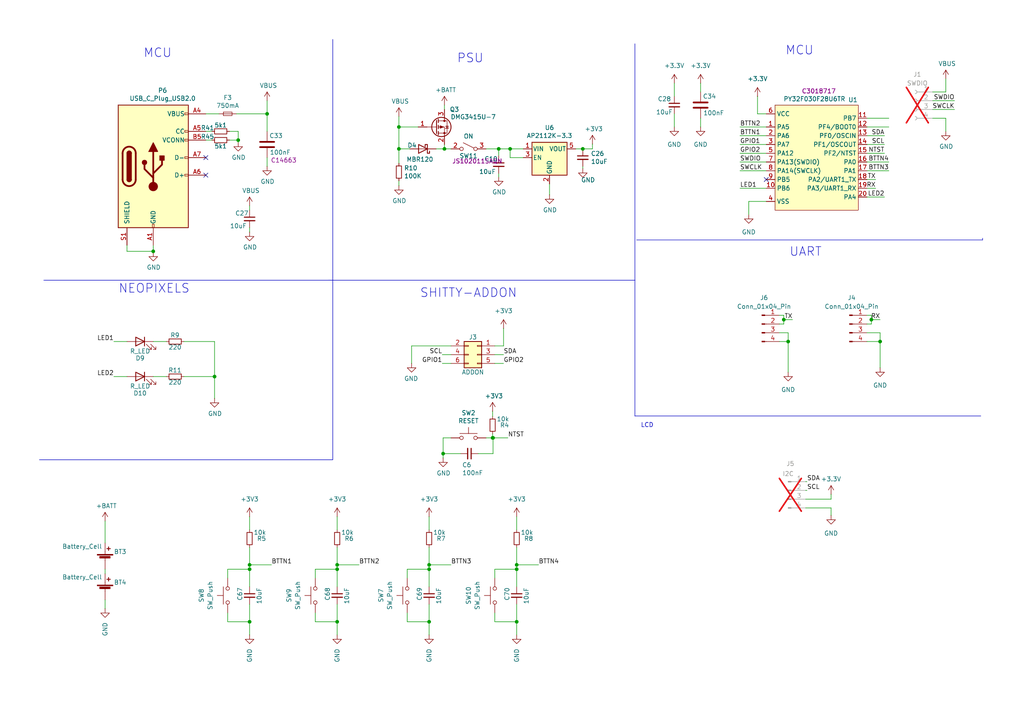
<source format=kicad_sch>
(kicad_sch (version 20250114) (generator "eeschema") (generator_version "9.0")
  (paper "A4")
  (title_block (title "Bsides cDMX 2025") (date "2025-06-02") (rev "1.0"))
  (lib_symbols
    (symbol "+3V3_5" (power) (pin_numbers (hide yes)) (pin_names (offset 0) (hide yes))
      (property "Value" "+3V3" (at 0 3.556 0))
      (symbol "+3V3_5_1_1"
        (pin power_in line (at 0 0 90) (length 0) (name "~") (number "1"))
      )
    )
    (symbol "Connector:Conn_01x04_Pin" (pin_names (offset 1.016) (hide yes))
      (property "Reference" "J" (at 0 5.08 0))
      (property "Value" "Conn_01x04_Pin" (at 0 -7.62 0))
      (symbol "Conn_01x04_Pin_1_1"
        (pin passive line (at 5.08 2.54 180) (length 3.81) (name "Pin_1") (number "1"))
        (pin passive line (at 5.08 0 180) (length 3.81) (name "Pin_2") (number "2"))
        (pin passive line (at 5.08 -2.54 180) (length 3.81) (name "Pin_3") (number "3"))
        (pin passive line (at 5.08 -5.08 180) (length 3.81) (name "Pin_4") (number "4"))
      )
    )
    (symbol "Connector:Conn_01x04_Socket" (pin_names (offset 1.016) (hide yes))
      (property "Reference" "J" (at 0 5.08 0))
      (property "Value" "Conn_01x04_Socket" (at 0 -7.62 0))
      (symbol "Conn_01x04_Socket_1_1"
        (pin passive line (at -5.08 2.54 0) (length 3.81) (name "Pin_1") (number "1"))
        (pin passive line (at -5.08 0 0) (length 3.81) (name "Pin_2") (number "2"))
        (pin passive line (at -5.08 -2.54 0) (length 3.81) (name "Pin_3") (number "3"))
        (pin passive line (at -5.08 -5.08 0) (length 3.81) (name "Pin_4") (number "4"))
      )
    )
    (symbol "Connector_Generic:Conn_02x03_Odd_Even" (pin_names (offset 1.016) (hide yes))
      (property "Reference" "J" (at 1.27 5.08 0))
      (property "Value" "Conn_02x03_Odd_Even" (at 1.27 -5.08 0))
      (symbol "Conn_02x03_Odd_Even_1_1"
        (pin passive line (at -5.08 2.54 0) (length 3.81) (name "Pin_1") (number "1"))
        (pin passive line (at -5.08 0 0) (length 3.81) (name "Pin_3") (number "3"))
        (pin passive line (at -5.08 -2.54 0) (length 3.81) (name "Pin_5") (number "5"))
        (pin passive line (at 7.62 2.54 180) (length 3.81) (name "Pin_2") (number "2"))
        (pin passive line (at 7.62 0 180) (length 3.81) (name "Pin_4") (number "4"))
        (pin passive line (at 7.62 -2.54 180) (length 3.81) (name "Pin_6") (number "6"))
      )
    )
    (symbol "Device:Battery_Cell" (pin_numbers (hide yes)) (pin_names (offset 0) (hide yes))
      (property "Reference" "BT1" (at 2.54 2.54 0))
      (property "Value" "Battery_Cell" (at -12.446 4.064 0))
      (symbol "Battery_Cell_1_1"
        (pin passive line (at 0 5.08 270) (length 2.54) (name "+") (number "2"))
        (pin passive line (at 0 -2.54 90) (length 2.54) (name "-") (number "1"))
      )
    )
    (symbol "Device:C" (pin_numbers (hide yes)) (pin_names (offset 0.254))
      (property "Reference" "C" (at 0.635 2.54 0))
      (property "Value" "C" (at 0.635 -2.54 0))
      (symbol "C_1_1"
        (pin passive line (at 0 3.81 270) (length 2.794) (name "~") (number "1"))
        (pin passive line (at 0 -3.81 90) (length 2.794) (name "~") (number "2"))
      )
    )
    (symbol "Device:C_Small" (pin_numbers (hide yes)) (pin_names (offset 0.254) (hide yes))
      (property "Reference" "C" (at 0.254 1.778 0))
      (property "Value" "C_Small" (at 0.254 -2.032 0))
      (symbol "C_Small_1_1"
        (pin passive line (at 0 2.54 270) (length 2.032) (name "~") (number "1"))
        (pin passive line (at 0 -2.54 90) (length 2.032) (name "~") (number "2"))
      )
    )
    (symbol "Device:Fuse_Small" (pin_numbers (hide yes)) (pin_names (offset 0.254) (hide yes))
      (property "Reference" "F" (at 0 -1.524 0))
      (property "Value" "Fuse_Small" (at 0 1.524 0))
      (symbol "Fuse_Small_1_1"
        (pin passive line (at -2.54 0 0) (length 1.27) (name "~") (number "1"))
        (pin passive line (at 2.54 0 180) (length 1.27) (name "~") (number "2"))
      )
    )
    (symbol "Device:LED" (pin_numbers (hide yes)) (pin_names (offset 1.016) (hide yes))
      (property "Reference" "D" (at 0 2.54 0))
      (property "Value" "LED" (at 0 -2.54 0))
      (symbol "LED_1_1"
        (pin passive line (at -3.81 0 0) (length 2.54) (name "K") (number "1"))
        (pin passive line (at 3.81 0 180) (length 2.54) (name "A") (number "2"))
      )
    )
    (symbol "Device:Q_PMOS_GSD" (pin_names (offset 0) (hide yes))
      (property "Reference" "Q" (at 5.08 1.27 0))
      (property "Value" "Q_PMOS_GSD" (at 5.08 -1.27 0))
      (symbol "Q_PMOS_GSD_1_1"
        (pin input line (at -5.08 0 0) (length 2.54) (name "G") (number "1"))
        (pin passive line (at 2.54 5.08 270) (length 2.54) (name "D") (number "3"))
        (pin passive line (at 2.54 -5.08 90) (length 2.54) (name "S") (number "2"))
      )
    )
    (symbol "Device:R_Small" (pin_numbers (hide yes)) (pin_names (offset 0.254) (hide yes))
      (property "Reference" "R" (at 0.762 0.508 0))
      (property "Value" "R_Small" (at 0.762 -1.016 0))
      (symbol "R_Small_1_1"
        (pin passive line (at 0 2.54 270) (length 0.762) (name "~") (number "1"))
        (pin passive line (at 0 -2.54 90) (length 0.762) (name "~") (number "2"))
      )
    )
    (symbol "Diode:MBR340" (pin_numbers (hide yes)) (pin_names (offset 1.016) (hide yes))
      (property "Reference" "D" (at 0 2.54 0))
      (property "Value" "MBR340" (at 0 -2.54 0))
      (symbol "MBR340_1_1"
        (pin passive line (at -3.81 0 0) (length 2.54) (name "K") (number "1"))
        (pin passive line (at 3.81 0 180) (length 2.54) (name "A") (number "2"))
      )
    )
    (symbol "HunterCat-NFC-rescue:AP2112K-3.3-Regulator_Linear" (pin_names (offset 0.254))
      (property "Reference" "U" (at -5.08 5.715 0))
      (property "Value" "AP2112K-3.3-Regulator_Linear" (at 0 5.715 0))
      (symbol "AP2112K-3.3-Regulator_Linear_1_1"
        (pin power_in line (at -7.62 2.54 0) (length 2.54) (name "VIN") (number "1"))
        (pin input line (at -7.62 0 0) (length 2.54) (name "EN") (number "3"))
        (pin power_in line (at 0 -7.62 90) (length 2.54) (name "GND") (number "2"))
        (pin power_out line (at 7.62 2.54 180) (length 2.54) (name "VOUT") (number "5"))
        (pin no_connect line (at 7.62 0 180) (length 2.54) (hide yes) (name "NC") (number "4"))
      )
    )
    (symbol "HunterCat-NFC-rescue:USB_C_Plug_USB2.0-Connector" (pin_names (offset 1.016))
      (property "Reference" "P" (at -10.16 19.05 0))
      (property "Value" "USB_C_Plug_USB2.0-Connector" (at 12.7 19.05 0))
      (symbol "USB_C_Plug_USB2.0-Connector_1_1"
        (pin passive line (at -7.62 -22.86 90) (length 5.08) (name "SHIELD") (number "S1"))
        (pin power_in line (at 0 -22.86 90) (length 5.08) (name "GND") (number "A1"))
        (pin passive line (at 0 -22.86 90) (length 5.08) (hide yes) (name "GND") (number "A12"))
        (pin passive line (at 0 -22.86 90) (length 5.08) (hide yes) (name "GND") (number "B1"))
        (pin passive line (at 0 -22.86 90) (length 5.08) (hide yes) (name "GND") (number "B12"))
        (pin power_in line (at 15.24 15.24 180) (length 5.08) (name "VBUS") (number "A4"))
        (pin passive line (at 15.24 15.24 180) (length 5.08) (hide yes) (name "VBUS") (number "A9"))
        (pin passive line (at 15.24 15.24 180) (length 5.08) (hide yes) (name "VBUS") (number "B4"))
        (pin passive line (at 15.24 15.24 180) (length 5.08) (hide yes) (name "VBUS") (number "B9"))
        (pin bidirectional line (at 15.24 10.16 180) (length 5.08) (name "CC") (number "A5"))
        (pin bidirectional line (at 15.24 7.62 180) (length 5.08) (name "VCONN") (number "B5"))
        (pin bidirectional line (at 15.24 2.54 180) (length 5.08) (name "D-") (number "A7"))
        (pin bidirectional line (at 15.24 -2.54 180) (length 5.08) (name "D+") (number "A6"))
      )
    )
    (symbol "Switch:SW_Push" (pin_numbers (hide yes)) (pin_names (offset 1.016) (hide yes))
      (property "Reference" "SW" (at 1.27 2.54 0))
      (property "Value" "SW_Push" (at 0 -1.524 0))
      (symbol "SW_Push_0_1"
        (pin passive line (at -5.08 0 0) (length 2.54) (name "1") (number "1"))
        (pin passive line (at 5.08 0 180) (length 2.54) (name "2") (number "2"))
      )
    )
    (symbol "Switch:SW_SPST" (pin_names (offset 0) (hide yes))
      (property "Reference" "SW1" (at 0 -2.032 0))
      (property "Value" "ON" (at 0 3.6576 0))
      (symbol "SW_SPST_1_1"
        (pin passive line (at -5.08 0 0) (length 2.54) (name "A") (number "3"))
        (pin passive line (at 5.08 0 180) (length 2.54) (name "B") (number "2"))
      )
    )
    (symbol "Symbols:PY32F030F2xU"
      (property "Reference" "U1" (at 9.906 16.764 0))
      (property "Value" "~" (at 9.525 11.43 0))
      (symbol "PY32F030F2xU_1_1"
        (pin bidirectional line (at -15.24 12.7 0) (length 2.54) (name "VCC") (number "6"))
        (pin bidirectional line (at -15.24 8.89 0) (length 2.54) (name "PA5") (number "1"))
        (pin bidirectional line (at -15.24 6.35 0) (length 2.54) (name "PA6") (number "2"))
        (pin bidirectional line (at -15.24 3.81 0) (length 2.54) (name "PA7") (number "3"))
        (pin bidirectional line (at -15.24 1.27 0) (length 2.54) (name "PA12") (number "5"))
        (pin bidirectional line (at -15.24 -1.27 0) (length 2.54) (name "PA13(SWDIO)") (number "7"))
        (pin bidirectional line (at -15.24 -3.81 0) (length 2.54) (name "PA14(SWCLK)") (number "8"))
        (pin bidirectional line (at -15.24 -6.35 0) (length 2.54) (name "PB5") (number "9"))
        (pin bidirectional line (at -15.24 -8.89 0) (length 2.54) (name "PB6") (number "10"))
        (pin bidirectional line (at -15.24 -12.7 0) (length 2.54) (name "VSS") (number "4"))
        (pin bidirectional line (at 13.97 11.43 180) (length 2.54) (name "PB7") (number "11"))
        (pin bidirectional line (at 13.97 8.89 180) (length 2.54) (name "PF4/BOOT0") (number "12"))
        (pin bidirectional line (at 13.97 6.35 180) (length 2.54) (name "PF0/OSCIN") (number "13"))
        (pin bidirectional line (at 13.97 3.81 180) (length 2.54) (name "PF1/OSCOUT") (number "14"))
        (pin bidirectional line (at 13.97 1.27 180) (length 2.54) (name "PF2/NTST") (number "15"))
        (pin bidirectional line (at 13.97 -1.27 180) (length 2.54) (name "PA0") (number "16"))
        (pin bidirectional line (at 13.97 -3.81 180) (length 2.54) (name "PA1") (number "17"))
        (pin bidirectional line (at 13.97 -6.35 180) (length 2.54) (name "PA2/UART1_TX") (number "18"))
        (pin bidirectional line (at 13.97 -8.89 180) (length 2.54) (name "PA3/UART1_RX") (number "19"))
        (pin bidirectional line (at 13.97 -11.43 180) (length 2.54) (name "PA4") (number "20"))
      )
    )
    (symbol "power:+3.3V" (power) (pin_numbers (hide yes)) (pin_names (offset 0) (hide yes))
      (property "Value" "+3.3V" (at 0 3.556 0))
      (symbol "+3.3V_1_1"
        (pin power_in line (at 0 0 90) (length 0) (name "~") (number "1"))
      )
    )
    (symbol "power:+3V3" (power) (pin_numbers (hide yes)) (pin_names (offset 0) (hide yes))
      (property "Value" "+3V3" (at 0 3.556 0))
      (symbol "+3V3_1_1"
        (pin power_in line (at 0 0 90) (length 0) (name "~") (number "1"))
      )
    )
    (symbol "power:+BATT" (power) (pin_names (offset 0))
      (property "Value" "+BATT" (at 0 3.556 0))
      (symbol "+BATT_1_1"
        (pin power_in line (at 0 0 90) (length 0) (hide yes) (name "+BATT") (number "1"))
      )
    )
    (symbol "power:GND" (power) (pin_numbers (hide yes)) (pin_names (offset 0) (hide yes))
      (property "Value" "GND" (at 0 -3.81 0))
      (symbol "GND_1_1"
        (pin power_in line (at 0 0 270) (length 0) (name "~") (number "1"))
      )
    )
    (symbol "power:VBUS" (power) (pin_names (offset 0))
      (property "Value" "VBUS" (at 0 3.81 0))
      (symbol "VBUS_1_1"
        (pin power_in line (at 0 0 90) (length 0) (hide yes) (name "VBUS") (number "1"))
      )
    )
  )
  (text "LCD\n" (at 187.706 123.444 0) (effects (font (size 1.27 1.27))))
  (text "SHITTY-ADDON" (at 135.89 85.09 0) (effects (font (size 2.54 2.54))))
  (text "MCU" (at 45.72 15.494 0) (effects (font (size 2.54 2.54))))
  (text "UART\n" (at 233.68 73.152 0) (effects (font (size 2.54 2.54))))
  (text "PSU\n" (at 136.398 17.018 0) (effects (font (size 2.54 2.54))))
  (text "NEOPIXELS\n" (at 44.704 83.82 0) (effects (font (size 2.54 2.54))))
  (text "MCU" (at 231.902 14.732 0) (effects (font (size 2.54 2.54))))
  (junction (at 69.088 40.64))
  (junction (at 252.73 92.71))
  (junction (at 115.697 43.18))
  (junction (at 142.875 127))
  (junction (at 124.46 180.34))
  (junction (at 72.39 180.34))
  (junction (at 124.46 163.83))
  (junction (at 144.653 43.18))
  (junction (at 149.86 163.83))
  (junction (at 115.697 36.83))
  (junction (at 72.39 163.83))
  (junction (at 149.86 165.1))
  (junction (at 228.6 99.06))
  (junction (at 128.905 43.18))
  (junction (at 97.79 163.83))
  (junction (at 124.46 165.1))
  (junction (at 44.45 72.898))
  (junction (at 149.86 180.34))
  (junction (at 255.27 99.06))
  (junction (at 97.79 165.1))
  (junction (at 97.79 180.34))
  (junction (at 169.037 43.18))
  (junction (at 62.23 109.22))
  (junction (at 143.0024 127))
  (junction (at 72.39 165.1))
  (junction (at 77.47 33.02))
  (junction (at 128.524 131.572))
  (junction (at 227.33 92.71))
  (junction (at 147.955 43.18))
  (no_connect (at 222.25 52.07))
  (no_connect (at 59.69 50.8))
  (no_connect (at 59.69 45.72))
  (wire (pts (xy 274.32 22.86) (xy 274.32 26.67)))
  (wire (pts (xy 252.73 92.71) (xy 252.73 91.44)))
  (wire (pts (xy 33.02 99.06) (xy 36.83 99.06)))
  (wire (pts (xy 214.63 44.45) (xy 222.25 44.45)))
  (wire (pts (xy 251.46 52.07) (xy 254 52.07)))
  (wire (pts (xy 72.39 149.86) (xy 72.39 153.67)))
  (wire (pts (xy 143.51 165.1) (xy 149.86 165.1)))
  (wire (pts (xy 144.653 50.292) (xy 144.653 51.308)))
  (wire (pts (xy 118.11 165.1) (xy 124.46 165.1)))
  (wire (pts (xy 128.905 31.75) (xy 128.905 30.48)))
  (wire (pts (xy 69.088 40.64) (xy 69.088 41.275)))
  (wire (pts (xy 138.684 131.572) (xy 143.0024 131.572)))
  (wire (pts (xy 251.46 46.99) (xy 257.81 46.99)))
  (wire (pts (xy 233.68 139.7) (xy 234.061 139.7)))
  (wire (pts (xy 128.27 102.87) (xy 130.81 102.87)))
  (polyline (pts (xy 184.15 12.7) (xy 184.15 81.28)))
  (wire (pts (xy 226.06 91.44) (xy 227.33 91.44)))
  (wire (pts (xy 149.86 165.1) (xy 149.86 170.18)))
  (wire (pts (xy 128.905 43.18) (xy 126.492 43.18)))
  (wire (pts (xy 118.11 177.8) (xy 118.11 180.34)))
  (wire (pts (xy 214.63 41.91) (xy 222.25 41.91)))
  (wire (pts (xy 214.63 49.53) (xy 222.25 49.53)))
  (wire (pts (xy 252.73 91.44) (xy 251.46 91.44)))
  (wire (pts (xy 115.697 52.451) (xy 115.697 53.848)))
  (wire (pts (xy 130.81 127) (xy 128.524 127)))
  (wire (pts (xy 72.39 163.83) (xy 78.74 163.83)))
  (wire (pts (xy 68.58 33.02) (xy 77.47 33.02)))
  (wire (pts (xy 227.33 93.98) (xy 227.33 92.71)))
  (wire (pts (xy 255.27 99.06) (xy 255.27 106.68)))
  (wire (pts (xy 149.86 163.83) (xy 156.21 163.83)))
  (wire (pts (xy 128.905 41.91) (xy 128.905 43.18)))
  (wire (pts (xy 97.79 163.83) (xy 97.79 165.1)))
  (wire (pts (xy 143.51 177.8) (xy 143.51 180.34)))
  (wire (pts (xy 226.06 93.98) (xy 227.33 93.98)))
  (wire (pts (xy 97.79 165.1) (xy 97.79 170.18)))
  (wire (pts (xy 36.83 71.12) (xy 36.83 72.898)))
  (wire (pts (xy 33.02 109.22) (xy 36.83 109.22)))
  (polyline (pts (xy 95.25 81.28) (xy 184.15 81.28)))
  (wire (pts (xy 241.046 147.32) (xy 233.68 147.32)))
  (wire (pts (xy 77.47 29.21) (xy 77.47 33.02)))
  (wire (pts (xy 69.088 38.1) (xy 69.088 40.64)))
  (wire (pts (xy 91.44 180.34) (xy 97.79 180.34)))
  (wire (pts (xy 255.27 96.52) (xy 255.27 99.06)))
  (wire (pts (xy 119.38 100.33) (xy 130.81 100.33)))
  (wire (pts (xy 48.26 109.22) (xy 44.45 109.22)))
  (wire (pts (xy 59.69 38.1) (xy 61.468 38.1)))
  (wire (pts (xy 59.69 33.02) (xy 63.5 33.02)))
  (wire (pts (xy 115.697 36.83) (xy 115.697 33.782)))
  (wire (pts (xy 169.037 43.18) (xy 171.831 43.18)))
  (wire (pts (xy 203.2 24.13) (xy 203.2 26.67)))
  (wire (pts (xy 128.27 105.41) (xy 130.81 105.41)))
  (polyline (pts (xy 12.7 81.28) (xy 96.52 81.28)))
  (wire (pts (xy 97.79 158.75) (xy 97.79 163.83)))
  (wire (pts (xy 142.875 119.253) (xy 142.875 120.777)))
  (wire (pts (xy 72.39 180.34) (xy 72.39 184.15)))
  (polyline (pts (xy 184.658 69.596) (xy 284.988 69.596)))
  (wire (pts (xy 251.46 99.06) (xy 255.27 99.06)))
  (wire (pts (xy 251.46 57.15) (xy 256.54 57.15)))
  (wire (pts (xy 251.46 44.45) (xy 256.54 44.45)))
  (wire (pts (xy 214.63 54.61) (xy 222.25 54.61)))
  (wire (pts (xy 66.548 40.64) (xy 69.088 40.64)))
  (wire (pts (xy 66.548 38.1) (xy 69.088 38.1)))
  (wire (pts (xy 147.955 45.72) (xy 151.765 45.72)))
  (wire (pts (xy 30.48 151.13) (xy 30.48 157.48)))
  (polyline (pts (xy 96.52 133.35) (xy 96.52 81.28)))
  (wire (pts (xy 143.51 180.34) (xy 149.86 180.34)))
  (wire (pts (xy 251.46 36.83) (xy 257.81 36.83)))
  (wire (pts (xy 97.79 175.26) (xy 97.79 180.34)))
  (wire (pts (xy 124.46 163.83) (xy 124.46 165.1)))
  (wire (pts (xy 130.81 43.18) (xy 128.905 43.18)))
  (wire (pts (xy 270.51 31.75) (xy 276.86 31.75)))
  (wire (pts (xy 228.6 96.52) (xy 228.6 99.06)))
  (wire (pts (xy 144.653 43.18) (xy 147.955 43.18)))
  (wire (pts (xy 171.831 43.18) (xy 171.831 41.783)))
  (wire (pts (xy 222.25 33.02) (xy 219.71 33.02)))
  (wire (pts (xy 66.04 180.34) (xy 72.39 180.34)))
  (wire (pts (xy 128.524 127) (xy 128.524 131.572)))
  (wire (pts (xy 241.046 144.78) (xy 233.68 144.78)))
  (wire (pts (xy 274.32 26.67) (xy 270.51 26.67)))
  (wire (pts (xy 66.04 165.1) (xy 72.39 165.1)))
  (wire (pts (xy 251.46 39.37) (xy 256.54 39.37)))
  (wire (pts (xy 124.46 163.83) (xy 130.81 163.83)))
  (wire (pts (xy 66.04 177.8) (xy 66.04 180.34)))
  (wire (pts (xy 228.6 96.52) (xy 226.06 96.52)))
  (wire (pts (xy 30.48 166.37) (xy 30.48 165.1)))
  (wire (pts (xy 143.51 100.33) (xy 146.05 100.33)))
  (wire (pts (xy 115.697 43.18) (xy 115.697 47.371)))
  (wire (pts (xy 146.05 102.87) (xy 143.51 102.87)))
  (wire (pts (xy 121.285 36.83) (xy 115.697 36.83)))
  (polyline (pts (xy 284.988 69.088) (xy 284.988 69.596)))
  (wire (pts (xy 72.39 165.1) (xy 72.39 170.18)))
  (wire (pts (xy 128.524 131.572) (xy 128.524 132.842)))
  (wire (pts (xy 195.58 24.13) (xy 195.58 27.94)))
  (wire (pts (xy 142.875 125.857) (xy 142.875 127)))
  (wire (pts (xy 274.32 34.29) (xy 270.51 34.29)))
  (wire (pts (xy 149.86 163.83) (xy 149.86 165.1)))
  (wire (pts (xy 169.037 48.26) (xy 169.037 48.895)))
  (wire (pts (xy 72.39 175.26) (xy 72.39 180.34)))
  (wire (pts (xy 91.44 177.8) (xy 91.44 180.34)))
  (polyline (pts (xy 184.15 81.28) (xy 184.15 120.65)))
  (wire (pts (xy 91.44 165.1) (xy 91.44 167.64)))
  (wire (pts (xy 252.73 92.71) (xy 252.73 93.98)))
  (wire (pts (xy 228.6 99.06) (xy 228.6 107.95)))
  (wire (pts (xy 227.33 91.44) (xy 227.33 92.71)))
  (wire (pts (xy 159.385 53.34) (xy 159.385 56.515)))
  (wire (pts (xy 146.05 100.33) (xy 146.05 95.25)))
  (wire (pts (xy 62.23 109.22) (xy 62.23 99.06)))
  (wire (pts (xy 251.46 41.91) (xy 256.54 41.91)))
  (wire (pts (xy 128.524 131.572) (xy 133.604 131.572)))
  (wire (pts (xy 143.51 105.41) (xy 146.05 105.41)))
  (wire (pts (xy 219.71 33.02) (xy 219.71 27.94)))
  (wire (pts (xy 124.46 180.34) (xy 124.46 184.15)))
  (wire (pts (xy 167.005 43.18) (xy 169.037 43.18)))
  (wire (pts (xy 30.48 173.99) (xy 30.48 176.53)))
  (wire (pts (xy 53.34 99.06) (xy 62.23 99.06)))
  (wire (pts (xy 124.46 165.1) (xy 124.46 170.18)))
  (wire (pts (xy 77.47 45.72) (xy 77.47 48.26)))
  (wire (pts (xy 251.46 49.53) (xy 257.81 49.53)))
  (wire (pts (xy 149.86 149.86) (xy 149.86 153.67)))
  (wire (pts (xy 270.51 29.21) (xy 276.86 29.21)))
  (wire (pts (xy 115.697 43.18) (xy 115.697 36.83)))
  (wire (pts (xy 227.33 92.71) (xy 229.87 92.71)))
  (wire (pts (xy 143.0024 127) (xy 147.32 127)))
  (wire (pts (xy 274.32 38.1) (xy 274.32 34.29)))
  (wire (pts (xy 59.69 40.64) (xy 61.468 40.64)))
  (wire (pts (xy 124.46 149.86) (xy 124.46 153.67)))
  (wire (pts (xy 195.58 33.02) (xy 195.58 36.83)))
  (polyline (pts (xy 184.15 120.65) (xy 284.48 120.65)))
  (wire (pts (xy 97.79 149.86) (xy 97.79 153.67)))
  (wire (pts (xy 143.0024 131.572) (xy 143.0024 127)))
  (wire (pts (xy 241.046 143.383) (xy 241.046 144.78)))
  (wire (pts (xy 217.17 62.23) (xy 217.17 58.42)))
  (wire (pts (xy 72.39 66.04) (xy 72.39 67.31)))
  (wire (pts (xy 53.34 109.22) (xy 62.23 109.22)))
  (wire (pts (xy 66.04 165.1) (xy 66.04 167.64)))
  (wire (pts (xy 44.45 71.12) (xy 44.45 72.898)))
  (wire (pts (xy 97.79 163.83) (xy 104.14 163.83)))
  (wire (pts (xy 124.46 175.26) (xy 124.46 180.34)))
  (wire (pts (xy 97.79 180.34) (xy 97.79 184.15)))
  (wire (pts (xy 142.875 127) (xy 143.0024 127)))
  (wire (pts (xy 36.83 72.898) (xy 44.45 72.898)))
  (wire (pts (xy 144.653 45.212) (xy 144.653 43.18)))
  (wire (pts (xy 119.38 100.33) (xy 119.38 105.41)))
  (polyline (pts (xy 96.52 11.43) (xy 96.52 81.28)))
  (wire (pts (xy 214.63 36.83) (xy 222.25 36.83)))
  (wire (pts (xy 62.23 115.57) (xy 62.23 109.22)))
  (wire (pts (xy 147.955 45.72) (xy 147.955 43.18)))
  (polyline (pts (xy 11.43 133.35) (xy 96.52 133.35)))
  (wire (pts (xy 124.46 158.75) (xy 124.46 163.83)))
  (wire (pts (xy 72.39 158.75) (xy 72.39 163.83)))
  (wire (pts (xy 255.27 92.71) (xy 252.73 92.71)))
  (wire (pts (xy 48.26 99.06) (xy 44.45 99.06)))
  (wire (pts (xy 140.97 127) (xy 142.875 127)))
  (wire (pts (xy 143.51 165.1) (xy 143.51 167.64)))
  (wire (pts (xy 44.45 72.898) (xy 44.45 73.152)))
  (wire (pts (xy 72.39 163.83) (xy 72.39 165.1)))
  (wire (pts (xy 255.27 96.52) (xy 251.46 96.52)))
  (wire (pts (xy 149.86 158.75) (xy 149.86 163.83)))
  (wire (pts (xy 203.2 34.29) (xy 203.2 36.83)))
  (wire (pts (xy 214.63 39.37) (xy 222.25 39.37)))
  (wire (pts (xy 77.47 33.02) (xy 77.47 38.1)))
  (wire (pts (xy 217.17 58.42) (xy 222.25 58.42)))
  (wire (pts (xy 140.97 43.18) (xy 144.653 43.18)))
  (wire (pts (xy 91.44 165.1) (xy 97.79 165.1)))
  (wire (pts (xy 118.872 43.18) (xy 115.697 43.18)))
  (wire (pts (xy 226.06 99.06) (xy 228.6 99.06)))
  (wire (pts (xy 118.11 180.34) (xy 124.46 180.34)))
  (wire (pts (xy 149.86 180.34) (xy 149.86 184.15)))
  (wire (pts (xy 251.46 93.98) (xy 252.73 93.98)))
  (wire (pts (xy 251.46 34.29) (xy 257.81 34.29)))
  (wire (pts (xy 72.39 59.69) (xy 72.39 60.96)))
  (wire (pts (xy 149.86 175.26) (xy 149.86 180.34)))
  (wire (pts (xy 251.46 54.61) (xy 254 54.61)))
  (wire (pts (xy 118.11 165.1) (xy 118.11 167.64)))
  (wire (pts (xy 241.046 149.479) (xy 241.046 147.32)))
  (wire (pts (xy 214.63 46.99) (xy 222.25 46.99)))
  (wire (pts (xy 233.68 142.24) (xy 234.061 142.24)))
  (wire (pts (xy 147.955 43.18) (xy 151.765 43.18)))
  (label "SWDIO" (at 214.63 46.99 0))
  (label "BTTN1" (at 78.74 163.83 0))
  (label "SWCLK" (at 214.63 49.53 0))
  (label "GPIO1" (at 214.63 41.91 0))
  (label "GPIO1" (at 128.27 105.41 180))
  (label "SDA" (at 234.061 139.7 0))
  (label "GPIO2" (at 214.63 44.45 0))
  (label "LED2" (at 33.02 109.22 180))
  (label "SDA" (at 256.54 39.37 180))
  (label "GPIO2" (at 146.05 105.41 0))
  (label "TX" (at 229.87 92.71 180))
  (label "BTTN4" (at 156.21 163.83 0))
  (label "LED1" (at 214.63 54.61 0))
  (label "NTST" (at 256.54 44.45 180))
  (label "SWDIO" (at 276.86 29.21 180))
  (label "SDA" (at 146.05 102.87 0))
  (label "LED1" (at 33.02 99.06 180))
  (label "BTTN1" (at 214.63 39.37 0))
  (label "BTTN2" (at 214.63 36.83 0))
  (label "BTTN4" (at 257.81 46.99 180))
  (label "TX" (at 254 52.07 180))
  (label "LED2" (at 256.54 57.15 180))
  (label "BTTN3" (at 257.81 49.53 180))
  (label "BTTN3" (at 130.81 163.83 0))
  (label "BTTN2" (at 104.14 163.83 0))
  (label "NTST" (at 147.32 127 0))
  (label "SCL" (at 128.27 102.87 180))
  (label "SWCLK" (at 276.86 31.75 180))
  (label "SCL" (at 256.54 41.91 180))
  (label "RX" (at 255.27 92.71 180))
  (label "RX" (at 254 54.61 180))
  (label "SCL" (at 234.061 142.24 0))
  (symbol (lib_id "Symbols:PY32F030F2xU") (at 237.49 45.72 0) (unit 1)
    (property "Reference" "U1" (at 247.396 28.956 0))
    (property "Value" "PY32F030F28U6TR" (at 236.22 28.702 0))
    (property "Footprint" "Package_DFN_QFN:QFN-20-1EP_3x3mm_P0.4mm_EP1.65x1.65mm_ThermalVias" (effects (hide yes)))
    (property "LCSC#" "C3018717" (at 237.49 26.416 0))
  )
  (symbol (lib_id "Switch:SW_SPST") (at 135.89 43.18 0) (mirror y) (unit 1)
    (property "Reference" "SW11" (at 135.89 45.212 0))
    (property "Value" "ON" (at 135.89 39.5224 0))
    (property "Footprint" "Footprints:JS102011SAQN" (effects (hide yes)))
    (property "LCSC#" "-" (effects (hide yes)))
    (property "manf#" "JS102011SAQN" (effects (hide yes)))
    (property "Manufacturer_Part_Number" "JS102011SAQN" (at 138.43 46.736 0))
  )
  (symbol (lib_id "Connector:Conn_01x04_Pin") (at 246.38 93.98 0) (unit 1)
    (property "Reference" "J4" (at 247.015 86.36 0))
    (property "Value" "Conn_01x04_Pin" (at 247.015 88.9 0))
    (property "Footprint" "Connector_PinHeader_2.54mm:PinHeader_1x04_P2.54mm_Vertical" (effects (hide yes)))
    (property "Description" "Generic connector, single row, 01x04, script generated" (effects (hide yes)))
  )
  (symbol (lib_id "power:GND") (at 124.46 184.15 0) (unit 1)
    (property "Reference" "#PWR015" (effects (hide yes)))
    (property "Value" "GND" (at 124.46 188.087 90) (effects (justify right)))
  )
  (symbol (lib_id "Device:R_Small") (at 50.8 99.06 90) (unit 1)
    (property "Reference" "R9" (at 50.7492 97.2312 90))
    (property "Value" "220" (at 50.7746 100.711 90))
    (property "Footprint" "Resistor_SMD:R_0603_1608Metric" (effects (hide yes)))
    (property "LCSC#" "C22962" (effects (hide yes)))
    (property "Proveedor" "Digikey" (effects (hide yes)))
  )
  (symbol (lib_id "Device:C_Small") (at 195.58 30.48 0) (unit 1)
    (property "Reference" "C28" (at 190.754 28.702 0) (effects (justify left)))
    (property "Value" "10uF" (at 190.246 32.512 0) (effects (justify left)))
    (property "Footprint" "Capacitor_SMD:C_0603_1608Metric" (effects (hide yes)))
    (property "LCSC#" "C85713" (effects (hide yes)))
  )
  (symbol (lib_id "power:GND") (at 203.2 36.83 0) (unit 1)
    (property "Reference" "#PWR05" (effects (hide yes)))
    (property "Value" "GND" (at 203.2 41.91 0))
    (property "Description" "Power symbol creates a global label with name \"GND\" , ground" (effects (hide yes)))
  )
  (symbol (lib_id "power:GND") (at 274.32 38.1 0) (unit 1)
    (property "Reference" "#PWR053" (effects (hide yes)))
    (property "Value" "GND" (at 274.447 42.4942 0))
  )
  (symbol (lib_id "power:VBUS") (at 115.697 33.782 0) (unit 1)
    (property "Reference" "#PWR029" (effects (hide yes)))
    (property "Value" "VBUS" (at 116.078 29.3878 0))
  )
  (symbol (lib_id "power:+3V3") (at 72.39 149.86 0) (unit 1)
    (property "Reference" "#PWR082" (effects (hide yes)))
    (property "Value" "+3V3" (at 72.39 144.78 0))
    (property "Description" "Power symbol creates a global label with name \"+3V3\"" (effects (hide yes)))
  )
  (symbol (lib_id "power:GND") (at 72.39 184.15 0) (unit 1)
    (property "Reference" "#PWR013" (effects (hide yes)))
    (property "Value" "GND" (at 72.39 188.087 90) (effects (justify right)))
  )
  (symbol (lib_id "power:GND") (at 115.697 53.848 0) (unit 1)
    (property "Reference" "#PWR030" (effects (hide yes)))
    (property "Value" "GND" (at 115.824 58.2422 0))
  )
  (symbol (lib_id "power:+3.3V") (at 219.71 27.94 0) (unit 1)
    (property "Reference" "#PWR01" (effects (hide yes)))
    (property "Value" "+3.3V" (at 219.71 22.86 0))
    (property "Description" "Power symbol creates a global label with name \"+3.3V\"" (effects (hide yes)))
  )
  (symbol (lib_id "power:+3V3") (at 97.79 149.86 0) (unit 1)
    (property "Reference" "#PWR083" (effects (hide yes)))
    (property "Value" "+3V3" (at 97.79 144.78 0))
    (property "Description" "Power symbol creates a global label with name \"+3V3\"" (effects (hide yes)))
  )
  (symbol (lib_id "Device:C_Small") (at 144.653 47.752 0) (unit 1)
    (property "Reference" "C10" (at 140.462 46.101 0) (effects (justify left)))
    (property "Value" "10uF" (at 138.938 49.784 0) (effects (justify left)))
    (property "Footprint" "Capacitor_SMD:C_0603_1608Metric" (effects (hide yes)))
    (property "LCSC#" "C85713" (effects (hide yes)))
  )
  (symbol (lib_id "Connector_Generic:Conn_02x03_Odd_Even") (at 138.43 102.87 0) (mirror y) (unit 1)
    (property "Reference" "J3" (at 137.16 97.79 0))
    (property "Value" "ADDON" (at 137.16 107.95 0))
    (property "Footprint" "Connector_PinSocket_2.54mm:PinSocket_2x03_P2.54mm_Vertical_SMD" (effects (hide yes)))
    (property "LCSC#" "C3975148" (effects (hide yes)))
    (property "provedor" "JLCPCB" (effects (hide yes)))
  )
  (symbol (lib_id "power:+3V3") (at 171.831 41.783 0) (unit 1)
    (property "Reference" "#PWR049" (effects (hide yes)))
    (property "Value" "+3V3" (at 172.212 37.3888 0))
  )
  (symbol (lib_id "power:VBUS") (at 77.47 29.21 0) (unit 1)
    (property "Reference" "#PWR031" (effects (hide yes)))
    (property "Value" "VBUS" (at 77.851 24.8158 0))
  )
  (symbol (lib_id "Connector:Conn_01x04_Pin") (at 228.6 142.24 0) (unit 1) (dnp yes)
    (property "Reference" "J5" (at 229.235 134.493 0))
    (property "Value" "I2C" (at 228.6 137.414 0))
    (property "Footprint" "Connector_PinSocket_2.54mm:PinSocket_1x04_P2.54mm_Vertical" (effects (hide yes)))
    (property "manf#" "Display OLED 128×32 0.91 I2C SSD1306 Blanco / Azul" (effects (hide yes)))
    (property "Proveedor" "Unit Electronics" (effects (hide yes)))
  )
  (symbol (lib_id "Device:R_Small") (at 149.86 156.21 180) (unit 1)
    (property "Reference" "R8" (at 154.686 156.21 0) (effects (justify left)))
    (property "Value" "10k" (at 154.686 154.432 0) (effects (justify left)))
    (property "Footprint" "Resistor_SMD:R_0603_1608Metric" (effects (hide yes)))
    (property "Datasheet" "https://datasheet.lcsc.com/lcsc/1811081617_YAGEO-RC0603JR-0710KL_C99198.pdf" (effects (hide yes)))
    (property "LCSC#" "C99198" (effects (hide yes)))
    (property "provedor" "JLCPCB" (effects (hide yes)))
  )
  (symbol (lib_id "Switch:SW_Push") (at 143.51 172.72 90) (unit 1)
    (property "Reference" "SW10" (at 135.89 172.72 0))
    (property "Value" "SW_Push" (at 138.43 172.72 0))
    (property "Footprint" "Footprints:TS1088R02026" (effects (hide yes)))
    (property "Description" "Push button switch, generic, two pins" (effects (hide yes)))
    (property "#LCSC" "C455280" (effects (hide yes)))
  )
  (symbol (lib_id "power:+3V3") (at 124.46 149.86 0) (unit 1)
    (property "Reference" "#PWR084" (effects (hide yes)))
    (property "Value" "+3V3" (at 124.46 144.78 0))
    (property "Description" "Power symbol creates a global label with name \"+3V3\"" (effects (hide yes)))
  )
  (symbol (lib_id "power:+3.3V") (at 203.2 24.13 0) (unit 1)
    (property "Reference" "#PWR03" (effects (hide yes)))
    (property "Value" "+3.3V" (at 203.2 19.05 0))
    (property "Description" "Power symbol creates a global label with name \"+3.3V\"" (effects (hide yes)))
  )
  (symbol (lib_id "power:+BATT") (at 30.48 151.13 0) (unit 1)
    (property "Reference" "#PWR034" (effects (hide yes)))
    (property "Value" "+BATT" (at 30.861 146.7358 0))
  )
  (symbol (lib_id "Device:C_Small") (at 169.037 45.72 0) (unit 1)
    (property "Reference" "C26" (at 171.3738 44.5516 0) (effects (justify left)))
    (property "Value" "10uF" (at 171.3738 46.863 0) (effects (justify left)))
    (property "Footprint" "Capacitor_SMD:C_0603_1608Metric" (effects (hide yes)))
    (property "LCSC#" "C85713" (effects (hide yes)))
  )
  (symbol (lib_id "power:VBUS") (at 72.39 59.69 0) (unit 1)
    (property "Reference" "#PWR035" (effects (hide yes)))
    (property "Value" "VBUS" (at 72.771 55.2958 0))
  )
  (symbol (lib_id "Device:Fuse_Small") (at 66.04 33.02 0) (unit 1)
    (property "Reference" "F3" (at 66.04 28.321 0))
    (property "Value" "750mA" (at 66.04 30.6324 0))
    (property "Footprint" "Fuse:Fuse_0603_1608Metric" (effects (hide yes)))
    (property "manf#" "06D0750D" (effects (hide yes)))
    (property "provedor" "LCSC" (effects (hide yes)))
    (property "LCSC#" " C182438" (effects (hide yes)))
  )
  (symbol (lib_id "Connector:Conn_01x04_Socket") (at 265.43 29.21 0) (mirror y) (unit 1) (dnp yes)
    (property "Reference" "J1" (at 266.065 21.59 0))
    (property "Value" "SWDIO" (at 266.065 24.13 0))
    (property "Footprint" "Connector_PinHeader_2.54mm:PinHeader_1x04_P2.54mm_Vertical" (effects (hide yes)))
    (property "Description" "Generic connector, single row, 01x04, script generated" (effects (hide yes)))
  )
  (symbol (lib_id "power:GND") (at 159.385 56.515 0) (unit 1)
    (property "Reference" "#PWR046" (effects (hide yes)))
    (property "Value" "GND" (at 159.512 60.9092 0))
  )
  (symbol (lib_id "power:GND") (at 77.47 48.26 0) (unit 1)
    (property "Reference" "#PWR052" (effects (hide yes)))
    (property "Value" "GND" (at 77.597 52.6542 0))
  )
  (symbol (lib_id "Device:C_Small") (at 97.79 172.72 0) (unit 1)
    (property "Reference" "C68" (at 94.996 174.244 90) (effects (justify left)))
    (property "Value" "10uF" (at 100.584 175.26 90) (effects (justify left)))
    (property "Footprint" "Capacitor_SMD:C_0603_1608Metric" (effects (hide yes)))
    (property "Description" "Unpolarized capacitor, small symbol" (effects (hide yes)))
    (property "#LCSC" "C96446" (effects (hide yes)))
  )
  (symbol (lib_id "Device:R_Small") (at 64.008 40.64 270) (unit 1)
    (property "Reference" "R45" (at 60.198 39.624 90))
    (property "Value" "5k1" (at 64.008 42.418 90))
    (property "Footprint" "Resistor_SMD:R_0603_1608Metric" (effects (hide yes)))
    (property "manf#" "ERJ3RBD5101V" (effects (hide yes)))
    (property "LCSC#" "C191782" (effects (hide yes)))
    (property "provedor" "LCSC" (effects (hide yes)))
  )
  (symbol (lib_id "power:GND") (at 217.17 62.23 0) (unit 1)
    (property "Reference" "#PWR02" (effects (hide yes)))
    (property "Value" "GND" (at 217.17 67.31 0))
    (property "Description" "Power symbol creates a global label with name \"GND\" , ground" (effects (hide yes)))
  )
  (symbol (lib_id "Connector:Conn_01x04_Pin") (at 220.98 93.98 0) (unit 1)
    (property "Reference" "J6" (at 221.615 86.36 0))
    (property "Value" "Conn_01x04_Pin" (at 221.615 88.9 0))
    (property "Footprint" "Connector_PinHeader_2.54mm:PinHeader_1x04_P2.54mm_Vertical" (effects (hide yes)))
    (property "Description" "Generic connector, single row, 01x04, script generated" (effects (hide yes)))
  )
  (symbol (lib_id "Device:Battery_Cell") (at 30.48 162.56 0) (unit 1)
    (property "Reference" "BT3" (at 33.02 160.02 0) (effects (justify left)))
    (property "Value" "Battery_Cell" (at 18.034 158.496 0) (effects (justify left)))
    (property "Footprint" "Battery:BatteryHolder_Keystone_2466_1xAAA" (effects (hide yes)))
    (property "LCSC#" "C5290189 " (effects (hide yes)))
    (property "manf#" "BH-AAA-A1AJ001 " (effects (hide yes)))
  )
  (symbol (lib_id "power:GND") (at 69.088 41.275 0) (unit 1)
    (property "Reference" "#PWR050" (effects (hide yes)))
    (property "Value" "GND" (at 69.215 45.6692 0))
  )
  (symbol (lib_id "HunterCat-NFC-rescue:AP2112K-3.3-Regulator_Linear") (at 159.385 45.72 0) (unit 1)
    (property "Reference" "U6" (at 159.385 37.0332 0))
    (property "Value" "AP2112K-3.3" (at 159.385 39.3446 0))
    (property "Footprint" "Package_TO_SOT_SMD:SOT-23-5" (effects (hide yes)))
    (property "Datasheet" "https://www.diodes.com/assets/Datasheets/AP2112.pdf" (effects (hide yes)))
    (property "manf#" "AP7365-33WG-7" (effects (hide yes)))
    (property "LCSC#" "C150742" (effects (hide yes)))
  )
  (symbol (lib_id "Device:R_Small") (at 142.875 123.317 180) (unit 1)
    (property "Reference" "R4" (at 147.701 123.317 0) (effects (justify left)))
    (property "Value" "10k" (at 147.701 121.539 0) (effects (justify left)))
    (property "Footprint" "Resistor_SMD:R_0603_1608Metric" (effects (hide yes)))
    (property "Datasheet" "https://datasheet.lcsc.com/lcsc/1811081617_YAGEO-RC0603JR-0710KL_C99198.pdf" (effects (hide yes)))
    (property "LCSC#" "C99198" (effects (hide yes)))
    (property "provedor" "JLCPCB" (effects (hide yes)))
  )
  (symbol (lib_id "power:+BATT") (at 128.905 30.48 0) (unit 1)
    (property "Reference" "#PWR033" (effects (hide yes)))
    (property "Value" "+BATT" (at 129.286 26.0858 0))
  )
  (symbol (lib_id "Device:Q_PMOS_GSD") (at 126.365 36.83 0) (unit 1)
    (property "Reference" "Q3" (at 130.429 31.75 0) (effects (justify left)))
    (property "Value" "DMG3415U-7" (at 130.683 33.909 0) (effects (justify left)))
    (property "Footprint" "Package_TO_SOT_SMD:SOT-23" (effects (hide yes)))
    (property "Datasheet" "https://www.mouser.mx/datasheet/2/115/ds31735-64958.pdf" (effects (hide yes)))
    (property "LCSC#" "C96616" (effects (hide yes)))
  )
  (symbol (lib_id "Diode:MBR340") (at 122.682 43.18 180) (unit 1)
    (property "Reference" "D4" (at 119.507 42.164 0))
    (property "Value" "MBR120" (at 121.793 46.228 0))
    (property "Footprint" "Diode_SMD:D_SOD-123F" (effects (hide yes)))
    (property "Datasheet" "http://www.onsemi.com/pub_link/Collateral/MBR340-D.PDF" (effects (hide yes)))
    (property "LCSC#" "C130880" (effects (hide yes)))
    (property "manf#" "MBR120LSF" (effects (hide yes)))
  )
  (symbol (lib_id "Device:C_Small") (at 72.39 63.5 0) (unit 1)
    (property "Reference" "C27" (at 68.199 61.849 0) (effects (justify left)))
    (property "Value" "10uF" (at 66.675 65.532 0) (effects (justify left)))
    (property "Footprint" "Capacitor_SMD:C_0603_1608Metric" (effects (hide yes)))
    (property "provedor" "LCSC" (effects (hide yes)))
    (property "LCSC#" "C96446" (effects (hide yes)))
  )
  (symbol (lib_id "power:GND") (at 169.037 48.895 0) (unit 1)
    (property "Reference" "#PWR048" (effects (hide yes)))
    (property "Value" "GND" (at 170.561 52.197 0))
  )
  (symbol (lib_name "+3V3_5") (lib_id "power:+3V3") (at 146.05 95.25 0) (unit 1)
    (property "Reference" "#PWR09" (effects (hide yes)))
    (property "Value" "+3V3" (at 146.05 90.17 0))
    (property "Description" "Power symbol creates a global label with name \"+3V3\"" (effects (hide yes)))
  )
  (symbol (lib_id "Device:C_Small") (at 136.144 131.572 270) (unit 1)
    (property "Reference" "C6" (at 134.0358 134.8486 90) (effects (justify left)))
    (property "Value" "100nF" (at 134.0358 137.16 90) (effects (justify left)))
    (property "Footprint" "Capacitor_SMD:C_0603_1608Metric" (effects (hide yes)))
    (property "LCSC#" "C66501" (effects (hide yes)))
    (property "provedor" "JLCPCB" (effects (hide yes)))
  )
  (symbol (lib_id "Device:LED") (at 40.64 99.06 0) (mirror y) (unit 1)
    (property "Reference" "D9" (at 40.64 103.886 0))
    (property "Value" "R_LED" (at 40.64 101.854 0))
    (property "Footprint" "Footprints:LYT77K-K2M1" (effects (hide yes)))
    (property "Datasheet" "https://dammedia.osram.info/media/resource/hires/osram-dam-2492860/LY%20T776.pdf" (effects (hide yes)))
    (property "manf#" "XZCWD45S-9" (effects (hide yes)))
    (property "Proveedor" "Digikey" (effects (hide yes)))
  )
  (symbol (lib_id "power:GND") (at 144.653 51.308 0) (unit 1)
    (property "Reference" "#PWR045" (effects (hide yes)))
    (property "Value" "GND" (at 144.78 55.7022 0))
  )
  (symbol (lib_id "Device:C_Small") (at 72.39 172.72 0) (unit 1)
    (property "Reference" "C67" (at 69.596 174.244 90) (effects (justify left)))
    (property "Value" "10uF" (at 75.184 175.26 90) (effects (justify left)))
    (property "Footprint" "Capacitor_SMD:C_0603_1608Metric" (effects (hide yes)))
    (property "Description" "Unpolarized capacitor, small symbol" (effects (hide yes)))
    (property "#LCSC" "C96446" (effects (hide yes)))
  )
  (symbol (lib_id "power:+3.3V") (at 195.58 24.13 0) (unit 1)
    (property "Reference" "#PWR04" (effects (hide yes)))
    (property "Value" "+3.3V" (at 195.58 19.05 0))
    (property "Description" "Power symbol creates a global label with name \"+3.3V\"" (effects (hide yes)))
  )
  (symbol (lib_id "Device:C_Small") (at 149.86 172.72 0) (unit 1)
    (property "Reference" "C70" (at 147.066 174.244 90) (effects (justify left)))
    (property "Value" "10uF" (at 152.654 175.26 90) (effects (justify left)))
    (property "Footprint" "Capacitor_SMD:C_0603_1608Metric" (effects (hide yes)))
    (property "Description" "Unpolarized capacitor, small symbol" (effects (hide yes)))
    (property "#LCSC" "C96446" (effects (hide yes)))
  )
  (symbol (lib_id "power:GND") (at 30.48 176.53 0) (unit 1)
    (property "Reference" "#PWR012" (effects (hide yes)))
    (property "Value" "GND" (at 30.48 180.467 90) (effects (justify right)))
  )
  (symbol (lib_id "power:GND") (at 149.86 184.15 0) (unit 1)
    (property "Reference" "#PWR016" (effects (hide yes)))
    (property "Value" "GND" (at 149.86 188.087 90) (effects (justify right)))
  )
  (symbol (lib_id "power:+3V3") (at 142.875 119.253 0) (unit 1)
    (property "Reference" "#PWR022" (effects (hide yes)))
    (property "Value" "+3V3" (at 143.256 114.8588 0))
  )
  (symbol (lib_id "power:GND") (at 72.39 67.31 0) (unit 1)
    (property "Reference" "#PWR051" (effects (hide yes)))
    (property "Value" "GND" (at 72.517 71.7042 0))
  )
  (symbol (lib_id "Device:R_Small") (at 64.008 38.1 270) (unit 1)
    (property "Reference" "R41" (at 60.198 37.084 90))
    (property "Value" "5k1" (at 64.008 36.322 90))
    (property "Footprint" "Resistor_SMD:R_0603_1608Metric" (effects (hide yes)))
    (property "manf#" "ERJ3RBD5101V" (effects (hide yes)))
    (property "LCSC#" "C191782" (effects (hide yes)))
    (property "provedor" "LCSC" (effects (hide yes)))
  )
  (symbol (lib_id "power:GND") (at 255.27 106.68 0) (unit 1)
    (property "Reference" "#PWR08" (effects (hide yes)))
    (property "Value" "GND" (at 255.27 111.76 0))
    (property "Description" "Power symbol creates a global label with name \"GND\" , ground" (effects (hide yes)))
  )
  (symbol (lib_id "Switch:SW_Push") (at 66.04 172.72 90) (unit 1)
    (property "Reference" "SW8" (at 58.42 172.72 0))
    (property "Value" "SW_Push" (at 60.96 172.72 0))
    (property "Footprint" "Footprints:TS1088R02026" (effects (hide yes)))
    (property "Description" "Push button switch, generic, two pins" (effects (hide yes)))
    (property "#LCSC" "C455280" (effects (hide yes)))
  )
  (symbol (lib_id "Device:C") (at 203.2 30.48 0) (unit 1)
    (property "Reference" "C34" (at 203.835 27.94 0) (effects (justify left)))
    (property "Value" "100nF" (at 203.962 32.766 0) (effects (justify left)))
    (property "Footprint" "Capacitor_SMD:C_0603_1608Metric" (effects (hide yes)))
    (property "Description" "Unpolarized capacitor" (effects (hide yes)))
    (property "LCSC#" "C14663" (effects (hide yes)))
  )
  (symbol (lib_id "power:+3V3") (at 149.86 149.86 0) (unit 1)
    (property "Reference" "#PWR085" (effects (hide yes)))
    (property "Value" "+3V3" (at 149.86 144.78 0))
    (property "Description" "Power symbol creates a global label with name \"+3V3\"" (effects (hide yes)))
  )
  (symbol (lib_id "power:GND") (at 195.58 36.83 0) (unit 1)
    (property "Reference" "#PWR06" (effects (hide yes)))
    (property "Value" "GND" (at 195.58 41.91 0))
    (property "Description" "Power symbol creates a global label with name \"GND\" , ground" (effects (hide yes)))
  )
  (symbol (lib_id "Switch:SW_Push") (at 118.11 172.72 90) (unit 1)
    (property "Reference" "SW7" (at 110.49 172.72 0))
    (property "Value" "SW_Push" (at 113.03 172.72 0))
    (property "Footprint" "Footprints:TS1088R02026" (effects (hide yes)))
    (property "Description" "Push button switch, generic, two pins" (effects (hide yes)))
    (property "#LCSC" "C455280" (effects (hide yes)))
  )
  (symbol (lib_id "power:GND") (at 241.046 149.479 0) (unit 1)
    (property "Reference" "#PWR069" (effects (hide yes)))
    (property "Value" "GND" (at 241.046 154.686 0))
  )
  (symbol (lib_id "HunterCat-NFC-rescue:USB_C_Plug_USB2.0-Connector") (at 44.45 48.26 0) (unit 1)
    (property "Reference" "P6" (at 47.1678 26.2382 0))
    (property "Value" "USB_C_Plug_USB2.0" (at 47.1678 28.5496 0))
    (property "Footprint" "Footprints:C393939" (effects (hide yes)))
    (property "Datasheet" "https://datasheet.lcsc.com/lcsc/2108132030_Korean-Hroparts-Elec-TYPE-C-31-M-31_C2760486.pdf" (effects (hide yes)))
    (property "manf#" "TYPE-C-31-M-31" (effects (hide yes)))
    (property "LCSC#" "C2760486" (effects (hide yes)))
    (property "provedor" "LCSC" (effects (hide yes)))
  )
  (symbol (lib_id "power:GND") (at 128.524 132.842 0) (unit 1)
    (property "Reference" "#PWR020" (effects (hide yes)))
    (property "Value" "GND" (at 128.651 137.2362 0))
  )
  (symbol (lib_id "power:+3.3V") (at 241.046 143.383 0) (unit 1)
    (property "Reference" "#PWR067" (effects (hide yes)))
    (property "Value" "+3.3V" (at 241.046 138.938 0))
  )
  (symbol (lib_id "power:VBUS") (at 274.32 22.86 0) (unit 1)
    (property "Reference" "#PWR032" (effects (hide yes)))
    (property "Value" "VBUS" (at 274.701 18.4658 0))
  )
  (symbol (lib_id "Device:C_Small") (at 124.46 172.72 0) (unit 1)
    (property "Reference" "C69" (at 121.666 174.244 90) (effects (justify left)))
    (property "Value" "10uF" (at 127.254 175.26 90) (effects (justify left)))
    (property "Footprint" "Capacitor_SMD:C_0603_1608Metric" (effects (hide yes)))
    (property "Description" "Unpolarized capacitor, small symbol" (effects (hide yes)))
    (property "#LCSC" "C96446" (effects (hide yes)))
  )
  (symbol (lib_id "Device:R_Small") (at 115.697 49.911 0) (unit 1)
    (property "Reference" "R10" (at 117.1956 48.7426 0) (effects (justify left)))
    (property "Value" "100K" (at 117.1956 51.054 0) (effects (justify left)))
    (property "Footprint" "Resistor_SMD:R_0603_1608Metric" (effects (hide yes)))
    (property "LCSC#" "C25803" (effects (hide yes)))
  )
  (symbol (lib_id "power:GND") (at 62.23 115.57 0) (unit 1)
    (property "Reference" "#PWR054" (effects (hide yes)))
    (property "Value" "GND" (at 62.357 119.9642 0))
  )
  (symbol (lib_id "Device:Battery_Cell") (at 30.48 171.45 0) (unit 1)
    (property "Reference" "BT4" (at 33.02 168.91 0) (effects (justify left)))
    (property "Value" "Battery_Cell" (at 18.034 167.386 0) (effects (justify left)))
    (property "Footprint" "Battery:BatteryHolder_Keystone_2466_1xAAA" (effects (hide yes)))
    (property "LCSC#" "C5290189 " (effects (hide yes)))
    (property "manf#" "BH-AAA-A1AJ001 " (effects (hide yes)))
  )
  (symbol (lib_id "Device:R_Small") (at 72.39 156.21 180) (unit 1)
    (property "Reference" "R5" (at 77.216 156.21 0) (effects (justify left)))
    (property "Value" "10k" (at 77.216 154.432 0) (effects (justify left)))
    (property "Footprint" "Resistor_SMD:R_0603_1608Metric" (effects (hide yes)))
    (property "Datasheet" "https://datasheet.lcsc.com/lcsc/1811081617_YAGEO-RC0603JR-0710KL_C99198.pdf" (effects (hide yes)))
    (property "LCSC#" "C99198" (effects (hide yes)))
    (property "provedor" "JLCPCB" (effects (hide yes)))
  )
  (symbol (lib_id "Device:R_Small") (at 124.46 156.21 180) (unit 1)
    (property "Reference" "R7" (at 129.286 156.21 0) (effects (justify left)))
    (property "Value" "10k" (at 129.286 154.432 0) (effects (justify left)))
    (property "Footprint" "Resistor_SMD:R_0603_1608Metric" (effects (hide yes)))
    (property "Datasheet" "https://datasheet.lcsc.com/lcsc/1811081617_YAGEO-RC0603JR-0710KL_C99198.pdf" (effects (hide yes)))
    (property "LCSC#" "C99198" (effects (hide yes)))
    (property "provedor" "JLCPCB" (effects (hide yes)))
  )
  (symbol (lib_id "Device:R_Small") (at 97.79 156.21 180) (unit 1)
    (property "Reference" "R6" (at 102.616 156.21 0) (effects (justify left)))
    (property "Value" "10k" (at 102.616 154.432 0) (effects (justify left)))
    (property "Footprint" "Resistor_SMD:R_0603_1608Metric" (effects (hide yes)))
    (property "Datasheet" "https://datasheet.lcsc.com/lcsc/1811081617_YAGEO-RC0603JR-0710KL_C99198.pdf" (effects (hide yes)))
    (property "LCSC#" "C99198" (effects (hide yes)))
    (property "provedor" "JLCPCB" (effects (hide yes)))
  )
  (symbol (lib_id "Device:C") (at 77.47 41.91 0) (unit 1)
    (property "Reference" "C33" (at 78.105 39.37 0) (effects (justify left)))
    (property "Value" "100nF" (at 78.232 44.196 0) (effects (justify left)))
    (property "Footprint" "Capacitor_SMD:C_0603_1608Metric" (effects (hide yes)))
    (property "Description" "Unpolarized capacitor" (effects (hide yes)))
    (property "LCSC#" "C14663" (at 82.296 46.482 0))
  )
  (symbol (lib_id "Switch:SW_Push") (at 135.89 127 0) (unit 1)
    (property "Reference" "SW2" (at 135.89 119.761 0))
    (property "Value" "RESET" (at 135.89 122.0724 0))
    (property "Footprint" "Button_Switch_SMD:SW_SPST_TL3342" (effects (hide yes)))
    (property "LCSC#" "C318884" (effects (hide yes)))
    (property "provedor" "JLCPCB" (effects (hide yes)))
  )
  (symbol (lib_id "power:GND") (at 97.79 184.15 0) (unit 1)
    (property "Reference" "#PWR014" (effects (hide yes)))
    (property "Value" "GND" (at 97.79 188.087 90) (effects (justify right)))
  )
  (symbol (lib_id "power:GND") (at 119.38 105.41 0) (mirror y) (unit 1)
    (property "Reference" "#PWR010" (effects (hide yes)))
    (property "Value" "GND" (at 119.253 109.8042 0))
  )
  (symbol (lib_id "Device:LED") (at 40.64 109.22 0) (mirror y) (unit 1)
    (property "Reference" "D10" (at 40.64 114.046 0))
    (property "Value" "R_LED" (at 40.64 112.014 0))
    (property "Footprint" "Footprints:LYT77K-K2M1" (effects (hide yes)))
    (property "Datasheet" "https://dammedia.osram.info/media/resource/hires/osram-dam-2492860/LY%20T776.pdf" (effects (hide yes)))
    (property "manf#" "XZCWD45S-9" (effects (hide yes)))
    (property "Proveedor" "Digikey" (effects (hide yes)))
  )
  (symbol (lib_id "power:GND") (at 228.6 107.95 0) (unit 1)
    (property "Reference" "#PWR07" (effects (hide yes)))
    (property "Value" "GND" (at 228.6 113.03 0))
    (property "Description" "Power symbol creates a global label with name \"GND\" , ground" (effects (hide yes)))
  )
  (symbol (lib_id "power:GND") (at 44.45 73.152 0) (unit 1)
    (property "Reference" "#PWR047" (effects (hide yes)))
    (property "Value" "GND" (at 44.577 77.5462 0))
  )
  (symbol (lib_id "Device:R_Small") (at 50.8 109.22 90) (unit 1)
    (property "Reference" "R11" (at 50.7492 107.3912 90))
    (property "Value" "220" (at 50.7746 110.871 90))
    (property "Footprint" "Resistor_SMD:R_0603_1608Metric" (effects (hide yes)))
    (property "LCSC#" "C22962" (effects (hide yes)))
    (property "Proveedor" "Digikey" (effects (hide yes)))
  )
  (symbol (lib_id "Switch:SW_Push") (at 91.44 172.72 90) (unit 1)
    (property "Reference" "SW9" (at 83.82 172.72 0))
    (property "Value" "SW_Push" (at 86.36 172.72 0))
    (property "Footprint" "Footprints:TS1088R02026" (effects (hide yes)))
    (property "Description" "Push button switch, generic, two pins" (effects (hide yes)))
    (property "#LCSC" "C455280" (effects (hide yes)))
  )
)
</source>
